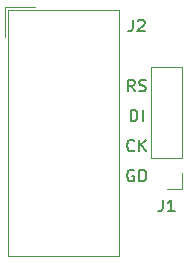
<source format=gbr>
G04 #@! TF.GenerationSoftware,KiCad,Pcbnew,5.1.4-e60b266~84~ubuntu18.04.1*
G04 #@! TF.CreationDate,2019-10-28T16:04:40+08:00*
G04 #@! TF.ProjectId,ST-Adapt,53542d41-6461-4707-942e-6b696361645f,rev?*
G04 #@! TF.SameCoordinates,Original*
G04 #@! TF.FileFunction,Legend,Top*
G04 #@! TF.FilePolarity,Positive*
%FSLAX46Y46*%
G04 Gerber Fmt 4.6, Leading zero omitted, Abs format (unit mm)*
G04 Created by KiCad (PCBNEW 5.1.4-e60b266~84~ubuntu18.04.1) date 2019-10-28 16:04:40*
%MOMM*%
%LPD*%
G04 APERTURE LIST*
%ADD10C,0.150000*%
%ADD11C,0.120000*%
G04 APERTURE END LIST*
D10*
X145883333Y-88082380D02*
X145550000Y-87606190D01*
X145311904Y-88082380D02*
X145311904Y-87082380D01*
X145692857Y-87082380D01*
X145788095Y-87130000D01*
X145835714Y-87177619D01*
X145883333Y-87272857D01*
X145883333Y-87415714D01*
X145835714Y-87510952D01*
X145788095Y-87558571D01*
X145692857Y-87606190D01*
X145311904Y-87606190D01*
X146264285Y-88034761D02*
X146407142Y-88082380D01*
X146645238Y-88082380D01*
X146740476Y-88034761D01*
X146788095Y-87987142D01*
X146835714Y-87891904D01*
X146835714Y-87796666D01*
X146788095Y-87701428D01*
X146740476Y-87653809D01*
X146645238Y-87606190D01*
X146454761Y-87558571D01*
X146359523Y-87510952D01*
X146311904Y-87463333D01*
X146264285Y-87368095D01*
X146264285Y-87272857D01*
X146311904Y-87177619D01*
X146359523Y-87130000D01*
X146454761Y-87082380D01*
X146692857Y-87082380D01*
X146835714Y-87130000D01*
X145550000Y-90622380D02*
X145550000Y-89622380D01*
X145788095Y-89622380D01*
X145930952Y-89670000D01*
X146026190Y-89765238D01*
X146073809Y-89860476D01*
X146121428Y-90050952D01*
X146121428Y-90193809D01*
X146073809Y-90384285D01*
X146026190Y-90479523D01*
X145930952Y-90574761D01*
X145788095Y-90622380D01*
X145550000Y-90622380D01*
X146550000Y-90622380D02*
X146550000Y-89622380D01*
X145859523Y-93067142D02*
X145811904Y-93114761D01*
X145669047Y-93162380D01*
X145573809Y-93162380D01*
X145430952Y-93114761D01*
X145335714Y-93019523D01*
X145288095Y-92924285D01*
X145240476Y-92733809D01*
X145240476Y-92590952D01*
X145288095Y-92400476D01*
X145335714Y-92305238D01*
X145430952Y-92210000D01*
X145573809Y-92162380D01*
X145669047Y-92162380D01*
X145811904Y-92210000D01*
X145859523Y-92257619D01*
X146288095Y-93162380D02*
X146288095Y-92162380D01*
X146859523Y-93162380D02*
X146430952Y-92590952D01*
X146859523Y-92162380D02*
X146288095Y-92733809D01*
X145811904Y-94750000D02*
X145716666Y-94702380D01*
X145573809Y-94702380D01*
X145430952Y-94750000D01*
X145335714Y-94845238D01*
X145288095Y-94940476D01*
X145240476Y-95130952D01*
X145240476Y-95273809D01*
X145288095Y-95464285D01*
X145335714Y-95559523D01*
X145430952Y-95654761D01*
X145573809Y-95702380D01*
X145669047Y-95702380D01*
X145811904Y-95654761D01*
X145859523Y-95607142D01*
X145859523Y-95273809D01*
X145669047Y-95273809D01*
X146288095Y-95702380D02*
X146288095Y-94702380D01*
X146526190Y-94702380D01*
X146669047Y-94750000D01*
X146764285Y-94845238D01*
X146811904Y-94940476D01*
X146859523Y-95130952D01*
X146859523Y-95273809D01*
X146811904Y-95464285D01*
X146764285Y-95559523D01*
X146669047Y-95654761D01*
X146526190Y-95702380D01*
X146288095Y-95702380D01*
D11*
X134920000Y-80916000D02*
X137460000Y-80916000D01*
X134920000Y-80916000D02*
X134920000Y-83456000D01*
X135170000Y-81166000D02*
X144520000Y-81166000D01*
X135170000Y-102026000D02*
X135170000Y-81166000D01*
X144520000Y-102026000D02*
X135170000Y-102026000D01*
X144520000Y-81166000D02*
X144520000Y-102026000D01*
X149920000Y-96326000D02*
X148590000Y-96326000D01*
X149920000Y-94996000D02*
X149920000Y-96326000D01*
X149920000Y-93726000D02*
X147260000Y-93726000D01*
X147260000Y-93726000D02*
X147260000Y-86046000D01*
X149920000Y-93726000D02*
X149920000Y-86046000D01*
X149920000Y-86046000D02*
X147260000Y-86046000D01*
D10*
X145716666Y-82002380D02*
X145716666Y-82716666D01*
X145669047Y-82859523D01*
X145573809Y-82954761D01*
X145430952Y-83002380D01*
X145335714Y-83002380D01*
X146145238Y-82097619D02*
X146192857Y-82050000D01*
X146288095Y-82002380D01*
X146526190Y-82002380D01*
X146621428Y-82050000D01*
X146669047Y-82097619D01*
X146716666Y-82192857D01*
X146716666Y-82288095D01*
X146669047Y-82430952D01*
X146097619Y-83002380D01*
X146716666Y-83002380D01*
X148256666Y-97242380D02*
X148256666Y-97956666D01*
X148209047Y-98099523D01*
X148113809Y-98194761D01*
X147970952Y-98242380D01*
X147875714Y-98242380D01*
X149256666Y-98242380D02*
X148685238Y-98242380D01*
X148970952Y-98242380D02*
X148970952Y-97242380D01*
X148875714Y-97385238D01*
X148780476Y-97480476D01*
X148685238Y-97528095D01*
M02*

</source>
